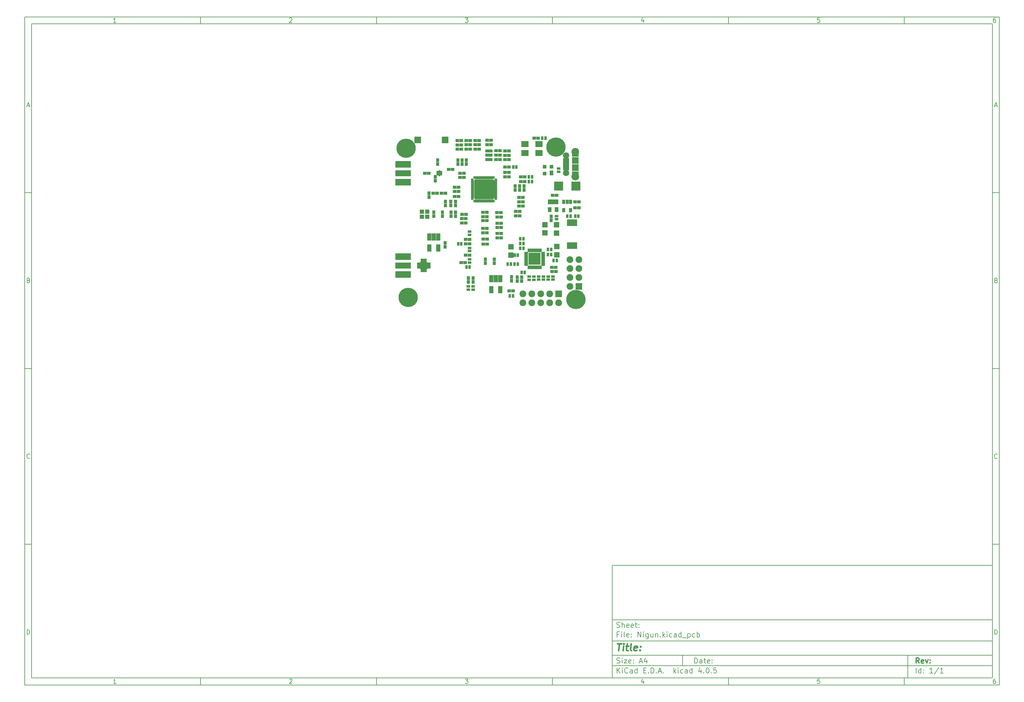
<source format=gbr>
G04 #@! TF.FileFunction,Soldermask,Top*
%FSLAX46Y46*%
G04 Gerber Fmt 4.6, Leading zero omitted, Abs format (unit mm)*
G04 Created by KiCad (PCBNEW 4.0.5) date 2017 May 15, Monday 00:57:29*
%MOMM*%
%LPD*%
G01*
G04 APERTURE LIST*
%ADD10C,0.100000*%
%ADD11C,0.150000*%
%ADD12C,0.300000*%
%ADD13C,0.400000*%
%ADD14C,0.500000*%
%ADD15C,0.101600*%
%ADD16C,0.381000*%
%ADD17R,2.914600X1.924000*%
%ADD18R,0.800000X1.000000*%
%ADD19R,1.000000X0.800000*%
%ADD20R,0.730200X0.552400*%
%ADD21R,1.050240X0.552400*%
%ADD22R,0.552400X1.700480*%
%ADD23O,0.529540X0.900380*%
%ADD24C,0.549860*%
%ADD25R,2.559000X2.660600*%
%ADD26R,1.500000X1.650000*%
%ADD27R,1.924000X1.924000*%
%ADD28C,1.924000*%
%ADD29R,1.160000X2.050000*%
%ADD30R,1.050000X1.460000*%
%ADD31R,0.950000X1.200000*%
%ADD32R,1.265000X1.200000*%
%ADD33R,0.650000X1.100000*%
%ADD34R,1.100000X0.650000*%
%ADD35R,1.225000X1.225000*%
%ADD36R,3.400000X3.400000*%
%ADD37R,0.500000X1.000000*%
%ADD38R,1.000000X0.500000*%
%ADD39R,1.000000X0.900000*%
%ADD40R,0.900000X1.000000*%
%ADD41R,1.100000X1.400000*%
%ADD42R,1.100000X1.000000*%
%ADD43R,1.750000X0.850000*%
%ADD44C,1.808000*%
%ADD45C,2.200000*%
%ADD46R,1.950000X1.900000*%
%ADD47C,5.480000*%
%ADD48C,0.908000*%
%ADD49R,4.464000X1.924000*%
%ADD50R,4.464000X1.670000*%
%ADD51R,2.000000X1.700000*%
%ADD52R,0.520000X0.800000*%
%ADD53R,0.520000X0.900000*%
%ADD54R,0.800000X0.520000*%
%ADD55R,0.900000X0.520000*%
%ADD56R,5.300000X5.300000*%
%ADD57R,1.900000X1.900000*%
G04 APERTURE END LIST*
D10*
D11*
X177002200Y-166007200D02*
X177002200Y-198007200D01*
X285002200Y-198007200D01*
X285002200Y-166007200D01*
X177002200Y-166007200D01*
D10*
D11*
X10000000Y-10000000D02*
X10000000Y-200007200D01*
X287002200Y-200007200D01*
X287002200Y-10000000D01*
X10000000Y-10000000D01*
D10*
D11*
X12000000Y-12000000D02*
X12000000Y-198007200D01*
X285002200Y-198007200D01*
X285002200Y-12000000D01*
X12000000Y-12000000D01*
D10*
D11*
X60000000Y-12000000D02*
X60000000Y-10000000D01*
D10*
D11*
X110000000Y-12000000D02*
X110000000Y-10000000D01*
D10*
D11*
X160000000Y-12000000D02*
X160000000Y-10000000D01*
D10*
D11*
X210000000Y-12000000D02*
X210000000Y-10000000D01*
D10*
D11*
X260000000Y-12000000D02*
X260000000Y-10000000D01*
D10*
D11*
X35990476Y-11588095D02*
X35247619Y-11588095D01*
X35619048Y-11588095D02*
X35619048Y-10288095D01*
X35495238Y-10473810D01*
X35371429Y-10597619D01*
X35247619Y-10659524D01*
D10*
D11*
X85247619Y-10411905D02*
X85309524Y-10350000D01*
X85433333Y-10288095D01*
X85742857Y-10288095D01*
X85866667Y-10350000D01*
X85928571Y-10411905D01*
X85990476Y-10535714D01*
X85990476Y-10659524D01*
X85928571Y-10845238D01*
X85185714Y-11588095D01*
X85990476Y-11588095D01*
D10*
D11*
X135185714Y-10288095D02*
X135990476Y-10288095D01*
X135557143Y-10783333D01*
X135742857Y-10783333D01*
X135866667Y-10845238D01*
X135928571Y-10907143D01*
X135990476Y-11030952D01*
X135990476Y-11340476D01*
X135928571Y-11464286D01*
X135866667Y-11526190D01*
X135742857Y-11588095D01*
X135371429Y-11588095D01*
X135247619Y-11526190D01*
X135185714Y-11464286D01*
D10*
D11*
X185866667Y-10721429D02*
X185866667Y-11588095D01*
X185557143Y-10226190D02*
X185247619Y-11154762D01*
X186052381Y-11154762D01*
D10*
D11*
X235928571Y-10288095D02*
X235309524Y-10288095D01*
X235247619Y-10907143D01*
X235309524Y-10845238D01*
X235433333Y-10783333D01*
X235742857Y-10783333D01*
X235866667Y-10845238D01*
X235928571Y-10907143D01*
X235990476Y-11030952D01*
X235990476Y-11340476D01*
X235928571Y-11464286D01*
X235866667Y-11526190D01*
X235742857Y-11588095D01*
X235433333Y-11588095D01*
X235309524Y-11526190D01*
X235247619Y-11464286D01*
D10*
D11*
X285866667Y-10288095D02*
X285619048Y-10288095D01*
X285495238Y-10350000D01*
X285433333Y-10411905D01*
X285309524Y-10597619D01*
X285247619Y-10845238D01*
X285247619Y-11340476D01*
X285309524Y-11464286D01*
X285371429Y-11526190D01*
X285495238Y-11588095D01*
X285742857Y-11588095D01*
X285866667Y-11526190D01*
X285928571Y-11464286D01*
X285990476Y-11340476D01*
X285990476Y-11030952D01*
X285928571Y-10907143D01*
X285866667Y-10845238D01*
X285742857Y-10783333D01*
X285495238Y-10783333D01*
X285371429Y-10845238D01*
X285309524Y-10907143D01*
X285247619Y-11030952D01*
D10*
D11*
X60000000Y-198007200D02*
X60000000Y-200007200D01*
D10*
D11*
X110000000Y-198007200D02*
X110000000Y-200007200D01*
D10*
D11*
X160000000Y-198007200D02*
X160000000Y-200007200D01*
D10*
D11*
X210000000Y-198007200D02*
X210000000Y-200007200D01*
D10*
D11*
X260000000Y-198007200D02*
X260000000Y-200007200D01*
D10*
D11*
X35990476Y-199595295D02*
X35247619Y-199595295D01*
X35619048Y-199595295D02*
X35619048Y-198295295D01*
X35495238Y-198481010D01*
X35371429Y-198604819D01*
X35247619Y-198666724D01*
D10*
D11*
X85247619Y-198419105D02*
X85309524Y-198357200D01*
X85433333Y-198295295D01*
X85742857Y-198295295D01*
X85866667Y-198357200D01*
X85928571Y-198419105D01*
X85990476Y-198542914D01*
X85990476Y-198666724D01*
X85928571Y-198852438D01*
X85185714Y-199595295D01*
X85990476Y-199595295D01*
D10*
D11*
X135185714Y-198295295D02*
X135990476Y-198295295D01*
X135557143Y-198790533D01*
X135742857Y-198790533D01*
X135866667Y-198852438D01*
X135928571Y-198914343D01*
X135990476Y-199038152D01*
X135990476Y-199347676D01*
X135928571Y-199471486D01*
X135866667Y-199533390D01*
X135742857Y-199595295D01*
X135371429Y-199595295D01*
X135247619Y-199533390D01*
X135185714Y-199471486D01*
D10*
D11*
X185866667Y-198728629D02*
X185866667Y-199595295D01*
X185557143Y-198233390D02*
X185247619Y-199161962D01*
X186052381Y-199161962D01*
D10*
D11*
X235928571Y-198295295D02*
X235309524Y-198295295D01*
X235247619Y-198914343D01*
X235309524Y-198852438D01*
X235433333Y-198790533D01*
X235742857Y-198790533D01*
X235866667Y-198852438D01*
X235928571Y-198914343D01*
X235990476Y-199038152D01*
X235990476Y-199347676D01*
X235928571Y-199471486D01*
X235866667Y-199533390D01*
X235742857Y-199595295D01*
X235433333Y-199595295D01*
X235309524Y-199533390D01*
X235247619Y-199471486D01*
D10*
D11*
X285866667Y-198295295D02*
X285619048Y-198295295D01*
X285495238Y-198357200D01*
X285433333Y-198419105D01*
X285309524Y-198604819D01*
X285247619Y-198852438D01*
X285247619Y-199347676D01*
X285309524Y-199471486D01*
X285371429Y-199533390D01*
X285495238Y-199595295D01*
X285742857Y-199595295D01*
X285866667Y-199533390D01*
X285928571Y-199471486D01*
X285990476Y-199347676D01*
X285990476Y-199038152D01*
X285928571Y-198914343D01*
X285866667Y-198852438D01*
X285742857Y-198790533D01*
X285495238Y-198790533D01*
X285371429Y-198852438D01*
X285309524Y-198914343D01*
X285247619Y-199038152D01*
D10*
D11*
X10000000Y-60000000D02*
X12000000Y-60000000D01*
D10*
D11*
X10000000Y-110000000D02*
X12000000Y-110000000D01*
D10*
D11*
X10000000Y-160000000D02*
X12000000Y-160000000D01*
D10*
D11*
X10690476Y-35216667D02*
X11309524Y-35216667D01*
X10566667Y-35588095D02*
X11000000Y-34288095D01*
X11433333Y-35588095D01*
D10*
D11*
X11092857Y-84907143D02*
X11278571Y-84969048D01*
X11340476Y-85030952D01*
X11402381Y-85154762D01*
X11402381Y-85340476D01*
X11340476Y-85464286D01*
X11278571Y-85526190D01*
X11154762Y-85588095D01*
X10659524Y-85588095D01*
X10659524Y-84288095D01*
X11092857Y-84288095D01*
X11216667Y-84350000D01*
X11278571Y-84411905D01*
X11340476Y-84535714D01*
X11340476Y-84659524D01*
X11278571Y-84783333D01*
X11216667Y-84845238D01*
X11092857Y-84907143D01*
X10659524Y-84907143D01*
D10*
D11*
X11402381Y-135464286D02*
X11340476Y-135526190D01*
X11154762Y-135588095D01*
X11030952Y-135588095D01*
X10845238Y-135526190D01*
X10721429Y-135402381D01*
X10659524Y-135278571D01*
X10597619Y-135030952D01*
X10597619Y-134845238D01*
X10659524Y-134597619D01*
X10721429Y-134473810D01*
X10845238Y-134350000D01*
X11030952Y-134288095D01*
X11154762Y-134288095D01*
X11340476Y-134350000D01*
X11402381Y-134411905D01*
D10*
D11*
X10659524Y-185588095D02*
X10659524Y-184288095D01*
X10969048Y-184288095D01*
X11154762Y-184350000D01*
X11278571Y-184473810D01*
X11340476Y-184597619D01*
X11402381Y-184845238D01*
X11402381Y-185030952D01*
X11340476Y-185278571D01*
X11278571Y-185402381D01*
X11154762Y-185526190D01*
X10969048Y-185588095D01*
X10659524Y-185588095D01*
D10*
D11*
X287002200Y-60000000D02*
X285002200Y-60000000D01*
D10*
D11*
X287002200Y-110000000D02*
X285002200Y-110000000D01*
D10*
D11*
X287002200Y-160000000D02*
X285002200Y-160000000D01*
D10*
D11*
X285692676Y-35216667D02*
X286311724Y-35216667D01*
X285568867Y-35588095D02*
X286002200Y-34288095D01*
X286435533Y-35588095D01*
D10*
D11*
X286095057Y-84907143D02*
X286280771Y-84969048D01*
X286342676Y-85030952D01*
X286404581Y-85154762D01*
X286404581Y-85340476D01*
X286342676Y-85464286D01*
X286280771Y-85526190D01*
X286156962Y-85588095D01*
X285661724Y-85588095D01*
X285661724Y-84288095D01*
X286095057Y-84288095D01*
X286218867Y-84350000D01*
X286280771Y-84411905D01*
X286342676Y-84535714D01*
X286342676Y-84659524D01*
X286280771Y-84783333D01*
X286218867Y-84845238D01*
X286095057Y-84907143D01*
X285661724Y-84907143D01*
D10*
D11*
X286404581Y-135464286D02*
X286342676Y-135526190D01*
X286156962Y-135588095D01*
X286033152Y-135588095D01*
X285847438Y-135526190D01*
X285723629Y-135402381D01*
X285661724Y-135278571D01*
X285599819Y-135030952D01*
X285599819Y-134845238D01*
X285661724Y-134597619D01*
X285723629Y-134473810D01*
X285847438Y-134350000D01*
X286033152Y-134288095D01*
X286156962Y-134288095D01*
X286342676Y-134350000D01*
X286404581Y-134411905D01*
D10*
D11*
X285661724Y-185588095D02*
X285661724Y-184288095D01*
X285971248Y-184288095D01*
X286156962Y-184350000D01*
X286280771Y-184473810D01*
X286342676Y-184597619D01*
X286404581Y-184845238D01*
X286404581Y-185030952D01*
X286342676Y-185278571D01*
X286280771Y-185402381D01*
X286156962Y-185526190D01*
X285971248Y-185588095D01*
X285661724Y-185588095D01*
D10*
D11*
X200359343Y-193785771D02*
X200359343Y-192285771D01*
X200716486Y-192285771D01*
X200930771Y-192357200D01*
X201073629Y-192500057D01*
X201145057Y-192642914D01*
X201216486Y-192928629D01*
X201216486Y-193142914D01*
X201145057Y-193428629D01*
X201073629Y-193571486D01*
X200930771Y-193714343D01*
X200716486Y-193785771D01*
X200359343Y-193785771D01*
X202502200Y-193785771D02*
X202502200Y-193000057D01*
X202430771Y-192857200D01*
X202287914Y-192785771D01*
X202002200Y-192785771D01*
X201859343Y-192857200D01*
X202502200Y-193714343D02*
X202359343Y-193785771D01*
X202002200Y-193785771D01*
X201859343Y-193714343D01*
X201787914Y-193571486D01*
X201787914Y-193428629D01*
X201859343Y-193285771D01*
X202002200Y-193214343D01*
X202359343Y-193214343D01*
X202502200Y-193142914D01*
X203002200Y-192785771D02*
X203573629Y-192785771D01*
X203216486Y-192285771D02*
X203216486Y-193571486D01*
X203287914Y-193714343D01*
X203430772Y-193785771D01*
X203573629Y-193785771D01*
X204645057Y-193714343D02*
X204502200Y-193785771D01*
X204216486Y-193785771D01*
X204073629Y-193714343D01*
X204002200Y-193571486D01*
X204002200Y-193000057D01*
X204073629Y-192857200D01*
X204216486Y-192785771D01*
X204502200Y-192785771D01*
X204645057Y-192857200D01*
X204716486Y-193000057D01*
X204716486Y-193142914D01*
X204002200Y-193285771D01*
X205359343Y-193642914D02*
X205430771Y-193714343D01*
X205359343Y-193785771D01*
X205287914Y-193714343D01*
X205359343Y-193642914D01*
X205359343Y-193785771D01*
X205359343Y-192857200D02*
X205430771Y-192928629D01*
X205359343Y-193000057D01*
X205287914Y-192928629D01*
X205359343Y-192857200D01*
X205359343Y-193000057D01*
D10*
D11*
X177002200Y-194507200D02*
X285002200Y-194507200D01*
D10*
D11*
X178359343Y-196585771D02*
X178359343Y-195085771D01*
X179216486Y-196585771D02*
X178573629Y-195728629D01*
X179216486Y-195085771D02*
X178359343Y-195942914D01*
X179859343Y-196585771D02*
X179859343Y-195585771D01*
X179859343Y-195085771D02*
X179787914Y-195157200D01*
X179859343Y-195228629D01*
X179930771Y-195157200D01*
X179859343Y-195085771D01*
X179859343Y-195228629D01*
X181430772Y-196442914D02*
X181359343Y-196514343D01*
X181145057Y-196585771D01*
X181002200Y-196585771D01*
X180787915Y-196514343D01*
X180645057Y-196371486D01*
X180573629Y-196228629D01*
X180502200Y-195942914D01*
X180502200Y-195728629D01*
X180573629Y-195442914D01*
X180645057Y-195300057D01*
X180787915Y-195157200D01*
X181002200Y-195085771D01*
X181145057Y-195085771D01*
X181359343Y-195157200D01*
X181430772Y-195228629D01*
X182716486Y-196585771D02*
X182716486Y-195800057D01*
X182645057Y-195657200D01*
X182502200Y-195585771D01*
X182216486Y-195585771D01*
X182073629Y-195657200D01*
X182716486Y-196514343D02*
X182573629Y-196585771D01*
X182216486Y-196585771D01*
X182073629Y-196514343D01*
X182002200Y-196371486D01*
X182002200Y-196228629D01*
X182073629Y-196085771D01*
X182216486Y-196014343D01*
X182573629Y-196014343D01*
X182716486Y-195942914D01*
X184073629Y-196585771D02*
X184073629Y-195085771D01*
X184073629Y-196514343D02*
X183930772Y-196585771D01*
X183645058Y-196585771D01*
X183502200Y-196514343D01*
X183430772Y-196442914D01*
X183359343Y-196300057D01*
X183359343Y-195871486D01*
X183430772Y-195728629D01*
X183502200Y-195657200D01*
X183645058Y-195585771D01*
X183930772Y-195585771D01*
X184073629Y-195657200D01*
X185930772Y-195800057D02*
X186430772Y-195800057D01*
X186645058Y-196585771D02*
X185930772Y-196585771D01*
X185930772Y-195085771D01*
X186645058Y-195085771D01*
X187287915Y-196442914D02*
X187359343Y-196514343D01*
X187287915Y-196585771D01*
X187216486Y-196514343D01*
X187287915Y-196442914D01*
X187287915Y-196585771D01*
X188002201Y-196585771D02*
X188002201Y-195085771D01*
X188359344Y-195085771D01*
X188573629Y-195157200D01*
X188716487Y-195300057D01*
X188787915Y-195442914D01*
X188859344Y-195728629D01*
X188859344Y-195942914D01*
X188787915Y-196228629D01*
X188716487Y-196371486D01*
X188573629Y-196514343D01*
X188359344Y-196585771D01*
X188002201Y-196585771D01*
X189502201Y-196442914D02*
X189573629Y-196514343D01*
X189502201Y-196585771D01*
X189430772Y-196514343D01*
X189502201Y-196442914D01*
X189502201Y-196585771D01*
X190145058Y-196157200D02*
X190859344Y-196157200D01*
X190002201Y-196585771D02*
X190502201Y-195085771D01*
X191002201Y-196585771D01*
X191502201Y-196442914D02*
X191573629Y-196514343D01*
X191502201Y-196585771D01*
X191430772Y-196514343D01*
X191502201Y-196442914D01*
X191502201Y-196585771D01*
X194502201Y-196585771D02*
X194502201Y-195085771D01*
X194645058Y-196014343D02*
X195073629Y-196585771D01*
X195073629Y-195585771D02*
X194502201Y-196157200D01*
X195716487Y-196585771D02*
X195716487Y-195585771D01*
X195716487Y-195085771D02*
X195645058Y-195157200D01*
X195716487Y-195228629D01*
X195787915Y-195157200D01*
X195716487Y-195085771D01*
X195716487Y-195228629D01*
X197073630Y-196514343D02*
X196930773Y-196585771D01*
X196645059Y-196585771D01*
X196502201Y-196514343D01*
X196430773Y-196442914D01*
X196359344Y-196300057D01*
X196359344Y-195871486D01*
X196430773Y-195728629D01*
X196502201Y-195657200D01*
X196645059Y-195585771D01*
X196930773Y-195585771D01*
X197073630Y-195657200D01*
X198359344Y-196585771D02*
X198359344Y-195800057D01*
X198287915Y-195657200D01*
X198145058Y-195585771D01*
X197859344Y-195585771D01*
X197716487Y-195657200D01*
X198359344Y-196514343D02*
X198216487Y-196585771D01*
X197859344Y-196585771D01*
X197716487Y-196514343D01*
X197645058Y-196371486D01*
X197645058Y-196228629D01*
X197716487Y-196085771D01*
X197859344Y-196014343D01*
X198216487Y-196014343D01*
X198359344Y-195942914D01*
X199716487Y-196585771D02*
X199716487Y-195085771D01*
X199716487Y-196514343D02*
X199573630Y-196585771D01*
X199287916Y-196585771D01*
X199145058Y-196514343D01*
X199073630Y-196442914D01*
X199002201Y-196300057D01*
X199002201Y-195871486D01*
X199073630Y-195728629D01*
X199145058Y-195657200D01*
X199287916Y-195585771D01*
X199573630Y-195585771D01*
X199716487Y-195657200D01*
X202216487Y-195585771D02*
X202216487Y-196585771D01*
X201859344Y-195014343D02*
X201502201Y-196085771D01*
X202430773Y-196085771D01*
X203002201Y-196442914D02*
X203073629Y-196514343D01*
X203002201Y-196585771D01*
X202930772Y-196514343D01*
X203002201Y-196442914D01*
X203002201Y-196585771D01*
X204002201Y-195085771D02*
X204145058Y-195085771D01*
X204287915Y-195157200D01*
X204359344Y-195228629D01*
X204430773Y-195371486D01*
X204502201Y-195657200D01*
X204502201Y-196014343D01*
X204430773Y-196300057D01*
X204359344Y-196442914D01*
X204287915Y-196514343D01*
X204145058Y-196585771D01*
X204002201Y-196585771D01*
X203859344Y-196514343D01*
X203787915Y-196442914D01*
X203716487Y-196300057D01*
X203645058Y-196014343D01*
X203645058Y-195657200D01*
X203716487Y-195371486D01*
X203787915Y-195228629D01*
X203859344Y-195157200D01*
X204002201Y-195085771D01*
X205145058Y-196442914D02*
X205216486Y-196514343D01*
X205145058Y-196585771D01*
X205073629Y-196514343D01*
X205145058Y-196442914D01*
X205145058Y-196585771D01*
X206573630Y-195085771D02*
X205859344Y-195085771D01*
X205787915Y-195800057D01*
X205859344Y-195728629D01*
X206002201Y-195657200D01*
X206359344Y-195657200D01*
X206502201Y-195728629D01*
X206573630Y-195800057D01*
X206645058Y-195942914D01*
X206645058Y-196300057D01*
X206573630Y-196442914D01*
X206502201Y-196514343D01*
X206359344Y-196585771D01*
X206002201Y-196585771D01*
X205859344Y-196514343D01*
X205787915Y-196442914D01*
D10*
D11*
X177002200Y-191507200D02*
X285002200Y-191507200D01*
D10*
D12*
X264216486Y-193785771D02*
X263716486Y-193071486D01*
X263359343Y-193785771D02*
X263359343Y-192285771D01*
X263930771Y-192285771D01*
X264073629Y-192357200D01*
X264145057Y-192428629D01*
X264216486Y-192571486D01*
X264216486Y-192785771D01*
X264145057Y-192928629D01*
X264073629Y-193000057D01*
X263930771Y-193071486D01*
X263359343Y-193071486D01*
X265430771Y-193714343D02*
X265287914Y-193785771D01*
X265002200Y-193785771D01*
X264859343Y-193714343D01*
X264787914Y-193571486D01*
X264787914Y-193000057D01*
X264859343Y-192857200D01*
X265002200Y-192785771D01*
X265287914Y-192785771D01*
X265430771Y-192857200D01*
X265502200Y-193000057D01*
X265502200Y-193142914D01*
X264787914Y-193285771D01*
X266002200Y-192785771D02*
X266359343Y-193785771D01*
X266716485Y-192785771D01*
X267287914Y-193642914D02*
X267359342Y-193714343D01*
X267287914Y-193785771D01*
X267216485Y-193714343D01*
X267287914Y-193642914D01*
X267287914Y-193785771D01*
X267287914Y-192857200D02*
X267359342Y-192928629D01*
X267287914Y-193000057D01*
X267216485Y-192928629D01*
X267287914Y-192857200D01*
X267287914Y-193000057D01*
D10*
D11*
X178287914Y-193714343D02*
X178502200Y-193785771D01*
X178859343Y-193785771D01*
X179002200Y-193714343D01*
X179073629Y-193642914D01*
X179145057Y-193500057D01*
X179145057Y-193357200D01*
X179073629Y-193214343D01*
X179002200Y-193142914D01*
X178859343Y-193071486D01*
X178573629Y-193000057D01*
X178430771Y-192928629D01*
X178359343Y-192857200D01*
X178287914Y-192714343D01*
X178287914Y-192571486D01*
X178359343Y-192428629D01*
X178430771Y-192357200D01*
X178573629Y-192285771D01*
X178930771Y-192285771D01*
X179145057Y-192357200D01*
X179787914Y-193785771D02*
X179787914Y-192785771D01*
X179787914Y-192285771D02*
X179716485Y-192357200D01*
X179787914Y-192428629D01*
X179859342Y-192357200D01*
X179787914Y-192285771D01*
X179787914Y-192428629D01*
X180359343Y-192785771D02*
X181145057Y-192785771D01*
X180359343Y-193785771D01*
X181145057Y-193785771D01*
X182287914Y-193714343D02*
X182145057Y-193785771D01*
X181859343Y-193785771D01*
X181716486Y-193714343D01*
X181645057Y-193571486D01*
X181645057Y-193000057D01*
X181716486Y-192857200D01*
X181859343Y-192785771D01*
X182145057Y-192785771D01*
X182287914Y-192857200D01*
X182359343Y-193000057D01*
X182359343Y-193142914D01*
X181645057Y-193285771D01*
X183002200Y-193642914D02*
X183073628Y-193714343D01*
X183002200Y-193785771D01*
X182930771Y-193714343D01*
X183002200Y-193642914D01*
X183002200Y-193785771D01*
X183002200Y-192857200D02*
X183073628Y-192928629D01*
X183002200Y-193000057D01*
X182930771Y-192928629D01*
X183002200Y-192857200D01*
X183002200Y-193000057D01*
X184787914Y-193357200D02*
X185502200Y-193357200D01*
X184645057Y-193785771D02*
X185145057Y-192285771D01*
X185645057Y-193785771D01*
X186787914Y-192785771D02*
X186787914Y-193785771D01*
X186430771Y-192214343D02*
X186073628Y-193285771D01*
X187002200Y-193285771D01*
D10*
D11*
X263359343Y-196585771D02*
X263359343Y-195085771D01*
X264716486Y-196585771D02*
X264716486Y-195085771D01*
X264716486Y-196514343D02*
X264573629Y-196585771D01*
X264287915Y-196585771D01*
X264145057Y-196514343D01*
X264073629Y-196442914D01*
X264002200Y-196300057D01*
X264002200Y-195871486D01*
X264073629Y-195728629D01*
X264145057Y-195657200D01*
X264287915Y-195585771D01*
X264573629Y-195585771D01*
X264716486Y-195657200D01*
X265430772Y-196442914D02*
X265502200Y-196514343D01*
X265430772Y-196585771D01*
X265359343Y-196514343D01*
X265430772Y-196442914D01*
X265430772Y-196585771D01*
X265430772Y-195657200D02*
X265502200Y-195728629D01*
X265430772Y-195800057D01*
X265359343Y-195728629D01*
X265430772Y-195657200D01*
X265430772Y-195800057D01*
X268073629Y-196585771D02*
X267216486Y-196585771D01*
X267645058Y-196585771D02*
X267645058Y-195085771D01*
X267502201Y-195300057D01*
X267359343Y-195442914D01*
X267216486Y-195514343D01*
X269787914Y-195014343D02*
X268502200Y-196942914D01*
X271073629Y-196585771D02*
X270216486Y-196585771D01*
X270645058Y-196585771D02*
X270645058Y-195085771D01*
X270502201Y-195300057D01*
X270359343Y-195442914D01*
X270216486Y-195514343D01*
D10*
D11*
X177002200Y-187507200D02*
X285002200Y-187507200D01*
D10*
D13*
X178454581Y-188211962D02*
X179597438Y-188211962D01*
X178776010Y-190211962D02*
X179026010Y-188211962D01*
X180014105Y-190211962D02*
X180180771Y-188878629D01*
X180264105Y-188211962D02*
X180156962Y-188307200D01*
X180240295Y-188402438D01*
X180347439Y-188307200D01*
X180264105Y-188211962D01*
X180240295Y-188402438D01*
X180847438Y-188878629D02*
X181609343Y-188878629D01*
X181216486Y-188211962D02*
X181002200Y-189926248D01*
X181073630Y-190116724D01*
X181252201Y-190211962D01*
X181442677Y-190211962D01*
X182395058Y-190211962D02*
X182216487Y-190116724D01*
X182145057Y-189926248D01*
X182359343Y-188211962D01*
X183930772Y-190116724D02*
X183728391Y-190211962D01*
X183347439Y-190211962D01*
X183168867Y-190116724D01*
X183097438Y-189926248D01*
X183192676Y-189164343D01*
X183311724Y-188973867D01*
X183514105Y-188878629D01*
X183895057Y-188878629D01*
X184073629Y-188973867D01*
X184145057Y-189164343D01*
X184121248Y-189354819D01*
X183145057Y-189545295D01*
X184895057Y-190021486D02*
X184978392Y-190116724D01*
X184871248Y-190211962D01*
X184787915Y-190116724D01*
X184895057Y-190021486D01*
X184871248Y-190211962D01*
X185026010Y-188973867D02*
X185109344Y-189069105D01*
X185002200Y-189164343D01*
X184918867Y-189069105D01*
X185026010Y-188973867D01*
X185002200Y-189164343D01*
D10*
D11*
X178859343Y-185600057D02*
X178359343Y-185600057D01*
X178359343Y-186385771D02*
X178359343Y-184885771D01*
X179073629Y-184885771D01*
X179645057Y-186385771D02*
X179645057Y-185385771D01*
X179645057Y-184885771D02*
X179573628Y-184957200D01*
X179645057Y-185028629D01*
X179716485Y-184957200D01*
X179645057Y-184885771D01*
X179645057Y-185028629D01*
X180573629Y-186385771D02*
X180430771Y-186314343D01*
X180359343Y-186171486D01*
X180359343Y-184885771D01*
X181716485Y-186314343D02*
X181573628Y-186385771D01*
X181287914Y-186385771D01*
X181145057Y-186314343D01*
X181073628Y-186171486D01*
X181073628Y-185600057D01*
X181145057Y-185457200D01*
X181287914Y-185385771D01*
X181573628Y-185385771D01*
X181716485Y-185457200D01*
X181787914Y-185600057D01*
X181787914Y-185742914D01*
X181073628Y-185885771D01*
X182430771Y-186242914D02*
X182502199Y-186314343D01*
X182430771Y-186385771D01*
X182359342Y-186314343D01*
X182430771Y-186242914D01*
X182430771Y-186385771D01*
X182430771Y-185457200D02*
X182502199Y-185528629D01*
X182430771Y-185600057D01*
X182359342Y-185528629D01*
X182430771Y-185457200D01*
X182430771Y-185600057D01*
X184287914Y-186385771D02*
X184287914Y-184885771D01*
X185145057Y-186385771D01*
X185145057Y-184885771D01*
X185859343Y-186385771D02*
X185859343Y-185385771D01*
X185859343Y-184885771D02*
X185787914Y-184957200D01*
X185859343Y-185028629D01*
X185930771Y-184957200D01*
X185859343Y-184885771D01*
X185859343Y-185028629D01*
X187216486Y-185385771D02*
X187216486Y-186600057D01*
X187145057Y-186742914D01*
X187073629Y-186814343D01*
X186930772Y-186885771D01*
X186716486Y-186885771D01*
X186573629Y-186814343D01*
X187216486Y-186314343D02*
X187073629Y-186385771D01*
X186787915Y-186385771D01*
X186645057Y-186314343D01*
X186573629Y-186242914D01*
X186502200Y-186100057D01*
X186502200Y-185671486D01*
X186573629Y-185528629D01*
X186645057Y-185457200D01*
X186787915Y-185385771D01*
X187073629Y-185385771D01*
X187216486Y-185457200D01*
X188573629Y-185385771D02*
X188573629Y-186385771D01*
X187930772Y-185385771D02*
X187930772Y-186171486D01*
X188002200Y-186314343D01*
X188145058Y-186385771D01*
X188359343Y-186385771D01*
X188502200Y-186314343D01*
X188573629Y-186242914D01*
X189287915Y-185385771D02*
X189287915Y-186385771D01*
X189287915Y-185528629D02*
X189359343Y-185457200D01*
X189502201Y-185385771D01*
X189716486Y-185385771D01*
X189859343Y-185457200D01*
X189930772Y-185600057D01*
X189930772Y-186385771D01*
X190645058Y-186242914D02*
X190716486Y-186314343D01*
X190645058Y-186385771D01*
X190573629Y-186314343D01*
X190645058Y-186242914D01*
X190645058Y-186385771D01*
X191359344Y-186385771D02*
X191359344Y-184885771D01*
X191502201Y-185814343D02*
X191930772Y-186385771D01*
X191930772Y-185385771D02*
X191359344Y-185957200D01*
X192573630Y-186385771D02*
X192573630Y-185385771D01*
X192573630Y-184885771D02*
X192502201Y-184957200D01*
X192573630Y-185028629D01*
X192645058Y-184957200D01*
X192573630Y-184885771D01*
X192573630Y-185028629D01*
X193930773Y-186314343D02*
X193787916Y-186385771D01*
X193502202Y-186385771D01*
X193359344Y-186314343D01*
X193287916Y-186242914D01*
X193216487Y-186100057D01*
X193216487Y-185671486D01*
X193287916Y-185528629D01*
X193359344Y-185457200D01*
X193502202Y-185385771D01*
X193787916Y-185385771D01*
X193930773Y-185457200D01*
X195216487Y-186385771D02*
X195216487Y-185600057D01*
X195145058Y-185457200D01*
X195002201Y-185385771D01*
X194716487Y-185385771D01*
X194573630Y-185457200D01*
X195216487Y-186314343D02*
X195073630Y-186385771D01*
X194716487Y-186385771D01*
X194573630Y-186314343D01*
X194502201Y-186171486D01*
X194502201Y-186028629D01*
X194573630Y-185885771D01*
X194716487Y-185814343D01*
X195073630Y-185814343D01*
X195216487Y-185742914D01*
X196573630Y-186385771D02*
X196573630Y-184885771D01*
X196573630Y-186314343D02*
X196430773Y-186385771D01*
X196145059Y-186385771D01*
X196002201Y-186314343D01*
X195930773Y-186242914D01*
X195859344Y-186100057D01*
X195859344Y-185671486D01*
X195930773Y-185528629D01*
X196002201Y-185457200D01*
X196145059Y-185385771D01*
X196430773Y-185385771D01*
X196573630Y-185457200D01*
X196930773Y-186528629D02*
X198073630Y-186528629D01*
X198430773Y-185385771D02*
X198430773Y-186885771D01*
X198430773Y-185457200D02*
X198573630Y-185385771D01*
X198859344Y-185385771D01*
X199002201Y-185457200D01*
X199073630Y-185528629D01*
X199145059Y-185671486D01*
X199145059Y-186100057D01*
X199073630Y-186242914D01*
X199002201Y-186314343D01*
X198859344Y-186385771D01*
X198573630Y-186385771D01*
X198430773Y-186314343D01*
X200430773Y-186314343D02*
X200287916Y-186385771D01*
X200002202Y-186385771D01*
X199859344Y-186314343D01*
X199787916Y-186242914D01*
X199716487Y-186100057D01*
X199716487Y-185671486D01*
X199787916Y-185528629D01*
X199859344Y-185457200D01*
X200002202Y-185385771D01*
X200287916Y-185385771D01*
X200430773Y-185457200D01*
X201073630Y-186385771D02*
X201073630Y-184885771D01*
X201073630Y-185457200D02*
X201216487Y-185385771D01*
X201502201Y-185385771D01*
X201645058Y-185457200D01*
X201716487Y-185528629D01*
X201787916Y-185671486D01*
X201787916Y-186100057D01*
X201716487Y-186242914D01*
X201645058Y-186314343D01*
X201502201Y-186385771D01*
X201216487Y-186385771D01*
X201073630Y-186314343D01*
D10*
D11*
X177002200Y-181507200D02*
X285002200Y-181507200D01*
D10*
D11*
X178287914Y-183614343D02*
X178502200Y-183685771D01*
X178859343Y-183685771D01*
X179002200Y-183614343D01*
X179073629Y-183542914D01*
X179145057Y-183400057D01*
X179145057Y-183257200D01*
X179073629Y-183114343D01*
X179002200Y-183042914D01*
X178859343Y-182971486D01*
X178573629Y-182900057D01*
X178430771Y-182828629D01*
X178359343Y-182757200D01*
X178287914Y-182614343D01*
X178287914Y-182471486D01*
X178359343Y-182328629D01*
X178430771Y-182257200D01*
X178573629Y-182185771D01*
X178930771Y-182185771D01*
X179145057Y-182257200D01*
X179787914Y-183685771D02*
X179787914Y-182185771D01*
X180430771Y-183685771D02*
X180430771Y-182900057D01*
X180359342Y-182757200D01*
X180216485Y-182685771D01*
X180002200Y-182685771D01*
X179859342Y-182757200D01*
X179787914Y-182828629D01*
X181716485Y-183614343D02*
X181573628Y-183685771D01*
X181287914Y-183685771D01*
X181145057Y-183614343D01*
X181073628Y-183471486D01*
X181073628Y-182900057D01*
X181145057Y-182757200D01*
X181287914Y-182685771D01*
X181573628Y-182685771D01*
X181716485Y-182757200D01*
X181787914Y-182900057D01*
X181787914Y-183042914D01*
X181073628Y-183185771D01*
X183002199Y-183614343D02*
X182859342Y-183685771D01*
X182573628Y-183685771D01*
X182430771Y-183614343D01*
X182359342Y-183471486D01*
X182359342Y-182900057D01*
X182430771Y-182757200D01*
X182573628Y-182685771D01*
X182859342Y-182685771D01*
X183002199Y-182757200D01*
X183073628Y-182900057D01*
X183073628Y-183042914D01*
X182359342Y-183185771D01*
X183502199Y-182685771D02*
X184073628Y-182685771D01*
X183716485Y-182185771D02*
X183716485Y-183471486D01*
X183787913Y-183614343D01*
X183930771Y-183685771D01*
X184073628Y-183685771D01*
X184573628Y-183542914D02*
X184645056Y-183614343D01*
X184573628Y-183685771D01*
X184502199Y-183614343D01*
X184573628Y-183542914D01*
X184573628Y-183685771D01*
X184573628Y-182757200D02*
X184645056Y-182828629D01*
X184573628Y-182900057D01*
X184502199Y-182828629D01*
X184573628Y-182757200D01*
X184573628Y-182900057D01*
D10*
D11*
X197002200Y-191507200D02*
X197002200Y-194507200D01*
D10*
D11*
X261002200Y-191507200D02*
X261002200Y-198007200D01*
D14*
G36*
X153602600Y-80119800D02*
X153602600Y-77469800D01*
X156252600Y-77469800D01*
X156252600Y-80119800D01*
X153602600Y-80119800D01*
G37*
X153602600Y-80119800D02*
X153602600Y-77469800D01*
X156252600Y-77469800D01*
X156252600Y-80119800D01*
X153602600Y-80119800D01*
D15*
G36*
X153077600Y-81344800D02*
X153077600Y-80894800D01*
X153127600Y-80844800D01*
X153277600Y-80844800D01*
X153277600Y-81344800D01*
X153077600Y-81344800D01*
G37*
X153077600Y-81344800D02*
X153077600Y-80894800D01*
X153127600Y-80844800D01*
X153277600Y-80844800D01*
X153277600Y-81344800D01*
X153077600Y-81344800D01*
G36*
X153577600Y-81344800D02*
X153577600Y-80844800D01*
X153777600Y-80844800D01*
X153777600Y-81344800D01*
X153577600Y-81344800D01*
G37*
X153577600Y-81344800D02*
X153577600Y-80844800D01*
X153777600Y-80844800D01*
X153777600Y-81344800D01*
X153577600Y-81344800D01*
G36*
X154077600Y-81344800D02*
X154077600Y-80844800D01*
X154277600Y-80844800D01*
X154277600Y-81344800D01*
X154077600Y-81344800D01*
G37*
X154077600Y-81344800D02*
X154077600Y-80844800D01*
X154277600Y-80844800D01*
X154277600Y-81344800D01*
X154077600Y-81344800D01*
G36*
X154577600Y-81344800D02*
X154577600Y-80844800D01*
X154777600Y-80844800D01*
X154777600Y-81344800D01*
X154577600Y-81344800D01*
G37*
X154577600Y-81344800D02*
X154577600Y-80844800D01*
X154777600Y-80844800D01*
X154777600Y-81344800D01*
X154577600Y-81344800D01*
G36*
X155077600Y-81344800D02*
X155077600Y-80844800D01*
X155277600Y-80844800D01*
X155277600Y-81344800D01*
X155077600Y-81344800D01*
G37*
X155077600Y-81344800D02*
X155077600Y-80844800D01*
X155277600Y-80844800D01*
X155277600Y-81344800D01*
X155077600Y-81344800D01*
G36*
X155577600Y-81344800D02*
X155577600Y-80844800D01*
X155777600Y-80844800D01*
X155777600Y-81344800D01*
X155577600Y-81344800D01*
G37*
X155577600Y-81344800D02*
X155577600Y-80844800D01*
X155777600Y-80844800D01*
X155777600Y-81344800D01*
X155577600Y-81344800D01*
G36*
X156077600Y-81344800D02*
X156077600Y-80844800D01*
X156277600Y-80844800D01*
X156277600Y-81344800D01*
X156077600Y-81344800D01*
G37*
X156077600Y-81344800D02*
X156077600Y-80844800D01*
X156277600Y-80844800D01*
X156277600Y-81344800D01*
X156077600Y-81344800D01*
G36*
X156777600Y-81344800D02*
X156777600Y-80894800D01*
X156727600Y-80844800D01*
X156577600Y-80844800D01*
X156577600Y-81344800D01*
X156777600Y-81344800D01*
G37*
X156777600Y-81344800D02*
X156777600Y-80894800D01*
X156727600Y-80844800D01*
X156577600Y-80844800D01*
X156577600Y-81344800D01*
X156777600Y-81344800D01*
G36*
X157477600Y-80644800D02*
X157027600Y-80644800D01*
X156977600Y-80594800D01*
X156977600Y-80444800D01*
X157477600Y-80444800D01*
X157477600Y-80644800D01*
G37*
X157477600Y-80644800D02*
X157027600Y-80644800D01*
X156977600Y-80594800D01*
X156977600Y-80444800D01*
X157477600Y-80444800D01*
X157477600Y-80644800D01*
G36*
X157477600Y-80144800D02*
X156977600Y-80144800D01*
X156977600Y-79944800D01*
X157477600Y-79944800D01*
X157477600Y-80144800D01*
G37*
X157477600Y-80144800D02*
X156977600Y-80144800D01*
X156977600Y-79944800D01*
X157477600Y-79944800D01*
X157477600Y-80144800D01*
G36*
X157477600Y-79644800D02*
X156977600Y-79644800D01*
X156977600Y-79444800D01*
X157477600Y-79444800D01*
X157477600Y-79644800D01*
G37*
X157477600Y-79644800D02*
X156977600Y-79644800D01*
X156977600Y-79444800D01*
X157477600Y-79444800D01*
X157477600Y-79644800D01*
G36*
X157477600Y-79144800D02*
X156977600Y-79144800D01*
X156977600Y-78944800D01*
X157477600Y-78944800D01*
X157477600Y-79144800D01*
G37*
X157477600Y-79144800D02*
X156977600Y-79144800D01*
X156977600Y-78944800D01*
X157477600Y-78944800D01*
X157477600Y-79144800D01*
G36*
X157477600Y-78644800D02*
X156977600Y-78644800D01*
X156977600Y-78444800D01*
X157477600Y-78444800D01*
X157477600Y-78644800D01*
G37*
X157477600Y-78644800D02*
X156977600Y-78644800D01*
X156977600Y-78444800D01*
X157477600Y-78444800D01*
X157477600Y-78644800D01*
G36*
X157477600Y-78144800D02*
X156977600Y-78144800D01*
X156977600Y-77944800D01*
X157477600Y-77944800D01*
X157477600Y-78144800D01*
G37*
X157477600Y-78144800D02*
X156977600Y-78144800D01*
X156977600Y-77944800D01*
X157477600Y-77944800D01*
X157477600Y-78144800D01*
G36*
X157477600Y-77644800D02*
X156977600Y-77644800D01*
X156977600Y-77444800D01*
X157477600Y-77444800D01*
X157477600Y-77644800D01*
G37*
X157477600Y-77644800D02*
X156977600Y-77644800D01*
X156977600Y-77444800D01*
X157477600Y-77444800D01*
X157477600Y-77644800D01*
G36*
X157477600Y-76944800D02*
X157027600Y-76944800D01*
X156977600Y-76994800D01*
X156977600Y-77144800D01*
X157477600Y-77144800D01*
X157477600Y-76944800D01*
G37*
X157477600Y-76944800D02*
X157027600Y-76944800D01*
X156977600Y-76994800D01*
X156977600Y-77144800D01*
X157477600Y-77144800D01*
X157477600Y-76944800D01*
G36*
X156777600Y-76244800D02*
X156777600Y-76694800D01*
X156727600Y-76744800D01*
X156577600Y-76744800D01*
X156577600Y-76244800D01*
X156777600Y-76244800D01*
G37*
X156777600Y-76244800D02*
X156777600Y-76694800D01*
X156727600Y-76744800D01*
X156577600Y-76744800D01*
X156577600Y-76244800D01*
X156777600Y-76244800D01*
G36*
X156277600Y-76244800D02*
X156277600Y-76744800D01*
X156077600Y-76744800D01*
X156077600Y-76244800D01*
X156277600Y-76244800D01*
G37*
X156277600Y-76244800D02*
X156277600Y-76744800D01*
X156077600Y-76744800D01*
X156077600Y-76244800D01*
X156277600Y-76244800D01*
G36*
X155777600Y-76244800D02*
X155777600Y-76744800D01*
X155577600Y-76744800D01*
X155577600Y-76244800D01*
X155777600Y-76244800D01*
G37*
X155777600Y-76244800D02*
X155777600Y-76744800D01*
X155577600Y-76744800D01*
X155577600Y-76244800D01*
X155777600Y-76244800D01*
G36*
X155277600Y-76244800D02*
X155277600Y-76744800D01*
X155077600Y-76744800D01*
X155077600Y-76244800D01*
X155277600Y-76244800D01*
G37*
X155277600Y-76244800D02*
X155277600Y-76744800D01*
X155077600Y-76744800D01*
X155077600Y-76244800D01*
X155277600Y-76244800D01*
G36*
X154777600Y-76244800D02*
X154777600Y-76744800D01*
X154577600Y-76744800D01*
X154577600Y-76244800D01*
X154777600Y-76244800D01*
G37*
X154777600Y-76244800D02*
X154777600Y-76744800D01*
X154577600Y-76744800D01*
X154577600Y-76244800D01*
X154777600Y-76244800D01*
G36*
X154277600Y-76244800D02*
X154277600Y-76744800D01*
X154077600Y-76744800D01*
X154077600Y-76244800D01*
X154277600Y-76244800D01*
G37*
X154277600Y-76244800D02*
X154277600Y-76744800D01*
X154077600Y-76744800D01*
X154077600Y-76244800D01*
X154277600Y-76244800D01*
G36*
X153777600Y-76244800D02*
X153777600Y-76744800D01*
X153577600Y-76744800D01*
X153577600Y-76244800D01*
X153777600Y-76244800D01*
G37*
X153777600Y-76244800D02*
X153777600Y-76744800D01*
X153577600Y-76744800D01*
X153577600Y-76244800D01*
X153777600Y-76244800D01*
G36*
X153077600Y-76244800D02*
X153077600Y-76694800D01*
X153127600Y-76744800D01*
X153277600Y-76744800D01*
X153277600Y-76244800D01*
X153077600Y-76244800D01*
G37*
X153077600Y-76244800D02*
X153077600Y-76694800D01*
X153127600Y-76744800D01*
X153277600Y-76744800D01*
X153277600Y-76244800D01*
X153077600Y-76244800D01*
G36*
X152377600Y-76944800D02*
X152827600Y-76944800D01*
X152877600Y-76994800D01*
X152877600Y-77144800D01*
X152377600Y-77144800D01*
X152377600Y-76944800D01*
G37*
X152377600Y-76944800D02*
X152827600Y-76944800D01*
X152877600Y-76994800D01*
X152877600Y-77144800D01*
X152377600Y-77144800D01*
X152377600Y-76944800D01*
G36*
X152377600Y-77444800D02*
X152877600Y-77444800D01*
X152877600Y-77644800D01*
X152377600Y-77644800D01*
X152377600Y-77444800D01*
G37*
X152377600Y-77444800D02*
X152877600Y-77444800D01*
X152877600Y-77644800D01*
X152377600Y-77644800D01*
X152377600Y-77444800D01*
G36*
X152377600Y-77944800D02*
X152877600Y-77944800D01*
X152877600Y-78144800D01*
X152377600Y-78144800D01*
X152377600Y-77944800D01*
G37*
X152377600Y-77944800D02*
X152877600Y-77944800D01*
X152877600Y-78144800D01*
X152377600Y-78144800D01*
X152377600Y-77944800D01*
G36*
X152377600Y-78444800D02*
X152877600Y-78444800D01*
X152877600Y-78644800D01*
X152377600Y-78644800D01*
X152377600Y-78444800D01*
G37*
X152377600Y-78444800D02*
X152877600Y-78444800D01*
X152877600Y-78644800D01*
X152377600Y-78644800D01*
X152377600Y-78444800D01*
G36*
X152377600Y-78944800D02*
X152877600Y-78944800D01*
X152877600Y-79144800D01*
X152377600Y-79144800D01*
X152377600Y-78944800D01*
G37*
X152377600Y-78944800D02*
X152877600Y-78944800D01*
X152877600Y-79144800D01*
X152377600Y-79144800D01*
X152377600Y-78944800D01*
G36*
X152377600Y-79444800D02*
X152877600Y-79444800D01*
X152877600Y-79644800D01*
X152377600Y-79644800D01*
X152377600Y-79444800D01*
G37*
X152377600Y-79444800D02*
X152877600Y-79444800D01*
X152877600Y-79644800D01*
X152377600Y-79644800D01*
X152377600Y-79444800D01*
G36*
X152377600Y-79944800D02*
X152877600Y-79944800D01*
X152877600Y-80144800D01*
X152377600Y-80144800D01*
X152377600Y-79944800D01*
G37*
X152377600Y-79944800D02*
X152877600Y-79944800D01*
X152877600Y-80144800D01*
X152377600Y-80144800D01*
X152377600Y-79944800D01*
G36*
X152377600Y-80644800D02*
X152827600Y-80644800D01*
X152877600Y-80594800D01*
X152877600Y-80444800D01*
X152377600Y-80444800D01*
X152377600Y-80644800D01*
G37*
X152377600Y-80644800D02*
X152827600Y-80644800D01*
X152877600Y-80594800D01*
X152877600Y-80444800D01*
X152377600Y-80444800D01*
X152377600Y-80644800D01*
D13*
X137788200Y-62479200D02*
X137788200Y-62179200D01*
X138288200Y-62504200D02*
X138288200Y-62104200D01*
X138788200Y-62504200D02*
X138788200Y-62104200D01*
X139288200Y-62504200D02*
X139288200Y-62104200D01*
X139788200Y-62504200D02*
X139788200Y-62104200D01*
X140288200Y-62504200D02*
X140288200Y-62104200D01*
X140788200Y-62504200D02*
X140788200Y-62104200D01*
X141288200Y-62504200D02*
X141288200Y-62104200D01*
X141788200Y-62504200D02*
X141788200Y-62104200D01*
X142288200Y-62504200D02*
X142288200Y-62104200D01*
X142788200Y-62504200D02*
X142788200Y-62104200D01*
X143288200Y-62479200D02*
X143288200Y-62179200D01*
X144013200Y-61754200D02*
X143713200Y-61754200D01*
X144038200Y-61254200D02*
X143638200Y-61254200D01*
X144038200Y-60754200D02*
X143638200Y-60754200D01*
X144038200Y-60254200D02*
X143638200Y-60254200D01*
X144038200Y-59754200D02*
X143638200Y-59754200D01*
X144038200Y-59254200D02*
X143638200Y-59254200D01*
X144038200Y-58754200D02*
X143638200Y-58754200D01*
X144038200Y-58254200D02*
X143638200Y-58254200D01*
X144038200Y-57754200D02*
X143638200Y-57754200D01*
X144038200Y-57254200D02*
X143638200Y-57254200D01*
X144038200Y-56754200D02*
X143638200Y-56754200D01*
X144013200Y-56254200D02*
X143713200Y-56254200D01*
X143288200Y-55529200D02*
X143288200Y-55829200D01*
X142788200Y-55504200D02*
X142788200Y-55904200D01*
X142288200Y-55504200D02*
X142288200Y-55904200D01*
X141788200Y-55504200D02*
X141788200Y-55904200D01*
X141288200Y-55504200D02*
X141288200Y-55904200D01*
X140788200Y-55504200D02*
X140788200Y-55904200D01*
X140288200Y-55504200D02*
X140288200Y-55904200D01*
X139788200Y-55504200D02*
X139788200Y-55904200D01*
X139288200Y-55504200D02*
X139288200Y-55904200D01*
X138788200Y-55504200D02*
X138788200Y-55904200D01*
X138288200Y-55504200D02*
X138288200Y-55904200D01*
X137788200Y-55529200D02*
X137788200Y-55829200D01*
X137063200Y-56254200D02*
X137363200Y-56254200D01*
X137038200Y-56754200D02*
X137438200Y-56754200D01*
X137038200Y-57254200D02*
X137438200Y-57254200D01*
X137038200Y-57754200D02*
X137438200Y-57754200D01*
X137038200Y-58254200D02*
X137438200Y-58254200D01*
X137038200Y-58754200D02*
X137438200Y-58754200D01*
X137038200Y-59254200D02*
X137438200Y-59254200D01*
X137038200Y-59754200D02*
X137438200Y-59754200D01*
X137038200Y-60254200D02*
X137438200Y-60254200D01*
X137038200Y-60754200D02*
X137438200Y-60754200D01*
X137038200Y-61254200D02*
X137438200Y-61254200D01*
X137063200Y-61754200D02*
X137363200Y-61754200D01*
D16*
G36*
X137938200Y-61604200D02*
X137938200Y-56404200D01*
X143138200Y-56404200D01*
X143138200Y-61604200D01*
X137938200Y-61604200D01*
G37*
X137938200Y-61604200D02*
X137938200Y-56404200D01*
X143138200Y-56404200D01*
X143138200Y-61604200D01*
X137938200Y-61604200D01*
D17*
X165557200Y-75057000D03*
X165582600Y-68554600D03*
D18*
X147886000Y-89369900D03*
X148786000Y-89369900D03*
X147276400Y-80327500D03*
X148176400Y-80327500D03*
X149288500Y-77749400D03*
X150188500Y-77749400D03*
X150150400Y-80327500D03*
X149250400Y-80327500D03*
X151714200Y-73113900D03*
X150814200Y-73113900D03*
X151726900Y-74472800D03*
X150826900Y-74472800D03*
X151726900Y-75844400D03*
X150826900Y-75844400D03*
D19*
X160172400Y-83832700D03*
X160172400Y-84732700D03*
X158813500Y-83832700D03*
X158813500Y-84732700D03*
X157429200Y-83832700D03*
X157429200Y-84732700D03*
X156044900Y-83832700D03*
X156044900Y-84732700D03*
X154686000Y-83845400D03*
X154686000Y-84745400D03*
X153327100Y-83845400D03*
X153327100Y-84745400D03*
D18*
X159600900Y-76149200D03*
X158700900Y-76149200D03*
X161232000Y-79298800D03*
X160332000Y-79298800D03*
X152126100Y-82677000D03*
X151226100Y-82677000D03*
X159624600Y-77546200D03*
X158724600Y-77546200D03*
X148836380Y-52725320D03*
X149736380Y-52725320D03*
X153311860Y-55519320D03*
X154211860Y-55519320D03*
X153319060Y-56817260D03*
X154219060Y-56817260D03*
X157106620Y-44442380D03*
X158006620Y-44442380D03*
D19*
X137452100Y-86672000D03*
X137452100Y-87572000D03*
X136093200Y-86672000D03*
X136093200Y-87572000D03*
D18*
X136461500Y-81153000D03*
X135561500Y-81153000D03*
X166460600Y-66624200D03*
X167360600Y-66624200D03*
X165138100Y-66636900D03*
X164238100Y-66636900D03*
D19*
X161124900Y-67531400D03*
X161124900Y-66631400D03*
X136453880Y-79832200D03*
X136453880Y-78932200D03*
X136453880Y-76602160D03*
X136453880Y-75702160D03*
D18*
X133177280Y-74549000D03*
X134077280Y-74549000D03*
D19*
X136443720Y-71973440D03*
X136443720Y-71073440D03*
X161747200Y-53151200D03*
X161747200Y-54051200D03*
D20*
X128323340Y-54782720D03*
D21*
X128163320Y-54432200D03*
D20*
X128323340Y-54081680D03*
X127353060Y-54081680D03*
X127353060Y-54432200D03*
X127353060Y-54782720D03*
D22*
X127838200Y-54432200D03*
D23*
X127772160Y-54432200D03*
D24*
X127859413Y-54609107D02*
X128035427Y-54433093D01*
X128025267Y-54431307D02*
X127849253Y-54255293D01*
D25*
X161759900Y-58089800D03*
X166636700Y-58089800D03*
D26*
X161124900Y-69132200D03*
X161124900Y-71482200D03*
X161213800Y-77667100D03*
X161213800Y-75317100D03*
X157886400Y-71431400D03*
X157886400Y-69081400D03*
X148183600Y-77762599D03*
X148183600Y-75412599D03*
D27*
X167487600Y-86639400D03*
D28*
X164947600Y-86639400D03*
X167487600Y-84099400D03*
X164947600Y-84099400D03*
X167487600Y-81559400D03*
X164947600Y-81559400D03*
X167487600Y-79019400D03*
X164947600Y-79019400D03*
D27*
X161709100Y-88773000D03*
D28*
X161709100Y-91313000D03*
X159169100Y-88773000D03*
X159169100Y-91313000D03*
X156629100Y-88773000D03*
X156629100Y-91313000D03*
X154089100Y-88773000D03*
X154089100Y-91313000D03*
X151549100Y-88773000D03*
X151549100Y-91313000D03*
D29*
X127546100Y-72580500D03*
X126276100Y-72580500D03*
X125006100Y-72580500D03*
X125006100Y-75760500D03*
X127546100Y-75760500D03*
D30*
X161135100Y-62577800D03*
X160185100Y-62577800D03*
X159235100Y-62577800D03*
X159235100Y-64777800D03*
X161135100Y-64777800D03*
D31*
X165110200Y-62579400D03*
X164160200Y-62579400D03*
X163210200Y-62579400D03*
X163210200Y-64979400D03*
X165110200Y-64979400D03*
D32*
X124379700Y-66841200D03*
X124379700Y-65391200D03*
X122914700Y-66841200D03*
X122914700Y-65391200D03*
D33*
X122903360Y-82095800D03*
X123403360Y-82095800D03*
X123903360Y-82095800D03*
D34*
X124803360Y-81195800D03*
X124803360Y-80695800D03*
X124803360Y-80195800D03*
D33*
X123903360Y-79295800D03*
X123403360Y-79295800D03*
X122903360Y-79295800D03*
D34*
X122003360Y-80195800D03*
X122003360Y-80695800D03*
X122003360Y-81195800D03*
D35*
X123815860Y-80283300D03*
X122990860Y-80283300D03*
X123815860Y-81108300D03*
X122990860Y-81108300D03*
D36*
X154927600Y-78794800D03*
D37*
X153177600Y-81194800D03*
X153677600Y-81194800D03*
X154177600Y-81194800D03*
X154677600Y-81194800D03*
X155177600Y-81194800D03*
X155677600Y-81194800D03*
X156177600Y-81194800D03*
X156677600Y-81194800D03*
D38*
X157327600Y-80544800D03*
X157327600Y-80044800D03*
X157327600Y-79544800D03*
X157327600Y-79044800D03*
X157327600Y-78544800D03*
X157327600Y-78044800D03*
X157327600Y-77544800D03*
X157327600Y-77044800D03*
D37*
X156677600Y-76394800D03*
X156177600Y-76394800D03*
X155677600Y-76394800D03*
X155177600Y-76394800D03*
X154677600Y-76394800D03*
X154177600Y-76394800D03*
X153677600Y-76394800D03*
X153177600Y-76394800D03*
D38*
X152527600Y-77044800D03*
X152527600Y-77544800D03*
X152527600Y-78044800D03*
X152527600Y-78544800D03*
X152527600Y-79044800D03*
X152527600Y-79544800D03*
X152527600Y-80044800D03*
X152527600Y-80544800D03*
D39*
X124832200Y-54432200D03*
X123732200Y-54432200D03*
X135368270Y-67365584D03*
X134268270Y-67365584D03*
X141346100Y-70116700D03*
X140246100Y-70116700D03*
X135364370Y-68622884D03*
X134264370Y-68622884D03*
X136451520Y-73223120D03*
X135351520Y-73223120D03*
D40*
X127368300Y-50716000D03*
X127368300Y-51816000D03*
X126682500Y-55491200D03*
X126682500Y-56591200D03*
D39*
X141351000Y-71424800D03*
X140251000Y-71424800D03*
X161137600Y-60731400D03*
X160037600Y-60731400D03*
X135372303Y-66112232D03*
X134272303Y-66112232D03*
X136451520Y-74549000D03*
X135351520Y-74549000D03*
X141396900Y-73139300D03*
X140296900Y-73139300D03*
X166442300Y-62572900D03*
X167542300Y-62572900D03*
X141396900Y-74612500D03*
X140296900Y-74612500D03*
X136450160Y-77764640D03*
X135350160Y-77764640D03*
X144331600Y-69913500D03*
X145431600Y-69913500D03*
X135148320Y-79837280D03*
X134048320Y-79837280D03*
X144322799Y-68656200D03*
X145422799Y-68656200D03*
D40*
X159626300Y-66709200D03*
X159626300Y-67809200D03*
D39*
X141346100Y-65582800D03*
X140246100Y-65582800D03*
X144284700Y-66941700D03*
X145384700Y-66941700D03*
X141363700Y-66840100D03*
X140263700Y-66840100D03*
X144259300Y-65633600D03*
X145359300Y-65633600D03*
X166442300Y-64274700D03*
X167542300Y-64274700D03*
X141354900Y-67957700D03*
X140254900Y-67957700D03*
X145415000Y-72821800D03*
X144315000Y-72821800D03*
X150462861Y-63815888D03*
X151562861Y-63815888D03*
D40*
X149386082Y-58121378D03*
X149386082Y-59221378D03*
X131168105Y-65557467D03*
X131168105Y-66657467D03*
X136093200Y-84302600D03*
X136093200Y-85402600D03*
X137452100Y-84294800D03*
X137452100Y-85394800D03*
D39*
X150458961Y-62558588D03*
X151558961Y-62558588D03*
D40*
X150666241Y-58121378D03*
X150666241Y-59221378D03*
D39*
X145416678Y-71570440D03*
X144316678Y-71570440D03*
D40*
X132412705Y-65557466D03*
X132412705Y-66657466D03*
D39*
X150462861Y-61301289D03*
X151562861Y-61301289D03*
D40*
X151950420Y-58111300D03*
X151950420Y-59211300D03*
X132417820Y-62538520D03*
X132417820Y-63638520D03*
X131122420Y-62538520D03*
X131122420Y-63638520D03*
D39*
X149550120Y-65293240D03*
X150650120Y-65293240D03*
D40*
X140931900Y-78910000D03*
X140931900Y-80010000D03*
X143484600Y-78913900D03*
X143484600Y-80013900D03*
D39*
X149550120Y-66545460D03*
X150650120Y-66545460D03*
X154844660Y-44442380D03*
X155944660Y-44442380D03*
D40*
X129585720Y-62537340D03*
X129585720Y-63637340D03*
D39*
X150975060Y-56822340D03*
X152075060Y-56822340D03*
X133299200Y-58432700D03*
X132199200Y-58432700D03*
X151005540Y-55526940D03*
X152105540Y-55526940D03*
X133302547Y-61036663D03*
X132202547Y-61036663D03*
D40*
X124886791Y-61262503D03*
X124886791Y-60162503D03*
X128752600Y-66691600D03*
X128752600Y-65591600D03*
X126238000Y-66682800D03*
X126238000Y-65582800D03*
D39*
X133302547Y-59614263D03*
X132202547Y-59614263D03*
X133714400Y-55651400D03*
X134814400Y-55651400D03*
X130488600Y-53352700D03*
X131588600Y-53352700D03*
X146489420Y-52730400D03*
X147589420Y-52730400D03*
D40*
X129527300Y-75412600D03*
X129527300Y-74312600D03*
D39*
X133705600Y-54432200D03*
X134805600Y-54432200D03*
X146469100Y-54216300D03*
X147569100Y-54216300D03*
X146469100Y-55499000D03*
X147569100Y-55499000D03*
X147568187Y-50570792D03*
X146468187Y-50570792D03*
D40*
X135508463Y-50769744D03*
X135508463Y-51869744D03*
D39*
X134065892Y-47590640D03*
X132965892Y-47590640D03*
X147564467Y-49346512D03*
X146464467Y-49346512D03*
D40*
X134314663Y-50769745D03*
X134314663Y-51869745D03*
D39*
X134078592Y-46384140D03*
X132978592Y-46384140D03*
X147564467Y-48114612D03*
X146464467Y-48114612D03*
D40*
X133108162Y-50769743D03*
X133108162Y-51869743D03*
D39*
X134078592Y-45164940D03*
X132978592Y-45164940D03*
X145038765Y-50564790D03*
X143938765Y-50564790D03*
X159842200Y-82397600D03*
X160942200Y-82397600D03*
X145035045Y-49322730D03*
X143935045Y-49322730D03*
X145038765Y-48073049D03*
X143938765Y-48073049D03*
X136631198Y-47576114D03*
X135531198Y-47576114D03*
X139155292Y-47584041D03*
X138055292Y-47584041D03*
X141401800Y-45110400D03*
X142501800Y-45110400D03*
X142483840Y-50568860D03*
X141383840Y-50568860D03*
X159838300Y-81191100D03*
X160938300Y-81191100D03*
X136631198Y-46369614D03*
X135531198Y-46369614D03*
X139163093Y-46339440D03*
X138063093Y-46339440D03*
X141401800Y-46316900D03*
X142501800Y-46316900D03*
X142483840Y-49329340D03*
X141383840Y-49329340D03*
X136626298Y-45150413D03*
X135526298Y-45150413D03*
X139157800Y-45123100D03*
X138057800Y-45123100D03*
X142483840Y-48082200D03*
X141383840Y-48082200D03*
D40*
X148374100Y-83968500D03*
X148374100Y-85068500D03*
X149948900Y-83981200D03*
X149948900Y-85081200D03*
X151218900Y-83981200D03*
X151218900Y-85081200D03*
D39*
X148784400Y-87884000D03*
X147684400Y-87884000D03*
D41*
X159724600Y-54344000D03*
D42*
X159724600Y-52644000D03*
X157724600Y-52644000D03*
X157724600Y-54544000D03*
D39*
X129598600Y-60159900D03*
X128498600Y-60159900D03*
X126128600Y-60159900D03*
X127228600Y-60159900D03*
D29*
X145135600Y-84401700D03*
X143865600Y-84401700D03*
X142595600Y-84401700D03*
X142595600Y-87581700D03*
X145135600Y-87581700D03*
D43*
X163847400Y-53166800D03*
X163847400Y-52516800D03*
X163847400Y-51866800D03*
X163847400Y-51216800D03*
X163847400Y-50566800D03*
D44*
X163822400Y-54366800D03*
X163822400Y-49366800D03*
D45*
X166522400Y-55366800D03*
X166522400Y-48366800D03*
D46*
X166522400Y-52866800D03*
X166522400Y-50866800D03*
X166522400Y-54916800D03*
X166522400Y-48816800D03*
D47*
X119024400Y-89763600D03*
D48*
X120878600Y-89763600D03*
X118999000Y-87909400D03*
X118999000Y-91719400D03*
X120370600Y-91135200D03*
X117602000Y-88519000D03*
X117652800Y-91186000D03*
X117170200Y-89763600D03*
X120370600Y-88417400D03*
D47*
X118414800Y-47332900D03*
D48*
X120269000Y-47332900D03*
X118389400Y-45478700D03*
X118389400Y-49288700D03*
X119761000Y-48704500D03*
X116992400Y-46088300D03*
X117043200Y-48755300D03*
X116560600Y-47332900D03*
X119761000Y-45986700D03*
D47*
X166687500Y-90347800D03*
D48*
X168541700Y-90347800D03*
X166662100Y-88493600D03*
X166662100Y-92303600D03*
X168033700Y-91719400D03*
X165265100Y-89103200D03*
X165315900Y-91770200D03*
X164833300Y-90347800D03*
X168033700Y-89001600D03*
D47*
X160959800Y-47015400D03*
D48*
X162814000Y-47015400D03*
X160934400Y-45161200D03*
X160934400Y-48971200D03*
X162306000Y-48387000D03*
X159537400Y-45770800D03*
X159588200Y-48437800D03*
X159105600Y-47015400D03*
X162306000Y-45669200D03*
D49*
X117563900Y-51930300D03*
X117563900Y-57010300D03*
D50*
X117563900Y-54470300D03*
D49*
X117576600Y-78143100D03*
X117576600Y-83223100D03*
D50*
X117576600Y-80683100D03*
D51*
X156189680Y-48696880D03*
X152189680Y-48696880D03*
X156189680Y-46196880D03*
X152189680Y-46196880D03*
D52*
X137788200Y-62329200D03*
D53*
X138288200Y-62304200D03*
X138788200Y-62304200D03*
X139288200Y-62304200D03*
X139788200Y-62304200D03*
X140288200Y-62304200D03*
X140788200Y-62304200D03*
X141288200Y-62304200D03*
X141788200Y-62304200D03*
X142288200Y-62304200D03*
X142788200Y-62304200D03*
D52*
X143288200Y-62329200D03*
D54*
X143863200Y-61754200D03*
D55*
X143838200Y-61254200D03*
X143838200Y-60754200D03*
X143838200Y-60254200D03*
X143838200Y-59754200D03*
X143838200Y-59254200D03*
X143838200Y-58754200D03*
X143838200Y-58254200D03*
X143838200Y-57754200D03*
X143838200Y-57254200D03*
X143838200Y-56754200D03*
D54*
X143863200Y-56254200D03*
D52*
X143288200Y-55679200D03*
D53*
X142788200Y-55704200D03*
X142288200Y-55704200D03*
X141788200Y-55704200D03*
X141288200Y-55704200D03*
X140788200Y-55704200D03*
X140288200Y-55704200D03*
X139788200Y-55704200D03*
X139288200Y-55704200D03*
X138788200Y-55704200D03*
X138288200Y-55704200D03*
D52*
X137788200Y-55679200D03*
D54*
X137213200Y-56254200D03*
D55*
X137238200Y-56754200D03*
X137238200Y-57254200D03*
X137238200Y-57754200D03*
X137238200Y-58254200D03*
X137238200Y-58754200D03*
X137238200Y-59254200D03*
X137238200Y-59754200D03*
X137238200Y-60254200D03*
X137238200Y-60754200D03*
X137238200Y-61254200D03*
D54*
X137213200Y-61754200D03*
D56*
X140538200Y-59004200D03*
D57*
X121716800Y-45021500D03*
X129463800Y-45021500D03*
M02*

</source>
